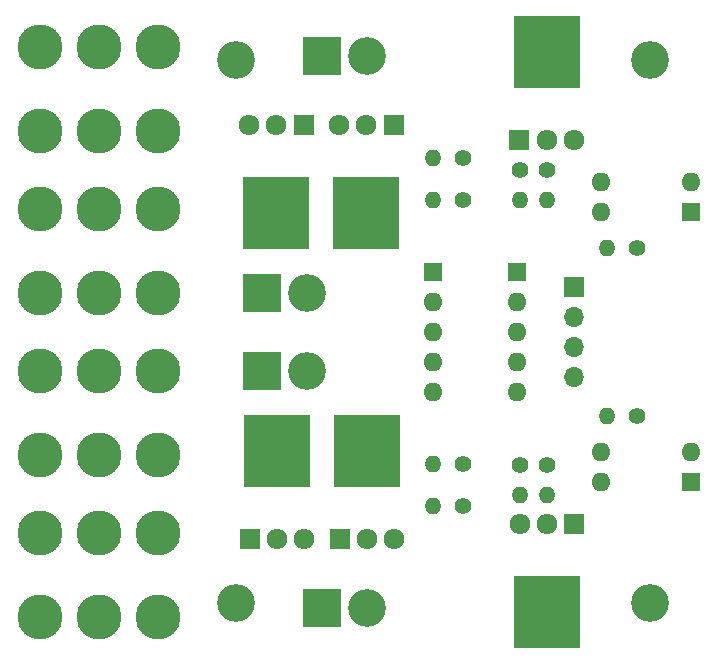
<source format=gts>
G04 #@! TF.GenerationSoftware,KiCad,Pcbnew,(5.1.7)-1*
G04 #@! TF.CreationDate,2021-12-05T21:20:24+09:00*
G04 #@! TF.ProjectId,DMD-10,444d442d-3130-42e6-9b69-6361645f7063,rev?*
G04 #@! TF.SameCoordinates,Original*
G04 #@! TF.FileFunction,Soldermask,Top*
G04 #@! TF.FilePolarity,Negative*
%FSLAX46Y46*%
G04 Gerber Fmt 4.6, Leading zero omitted, Abs format (unit mm)*
G04 Created by KiCad (PCBNEW (5.1.7)-1) date 2021-12-05 21:20:24*
%MOMM*%
%LPD*%
G01*
G04 APERTURE LIST*
%ADD10C,3.200000*%
%ADD11O,1.600000X1.600000*%
%ADD12R,1.600000X1.600000*%
%ADD13O,1.400000X1.400000*%
%ADD14C,1.400000*%
%ADD15O,1.717500X1.800000*%
%ADD16R,1.717500X1.800000*%
%ADD17R,5.700000X6.200000*%
%ADD18C,3.800000*%
%ADD19O,1.700000X1.700000*%
%ADD20R,1.700000X1.700000*%
%ADD21O,3.200000X3.200000*%
%ADD22R,3.200000X3.200000*%
G04 APERTURE END LIST*
D10*
G04 #@! TO.C,REF\u002A\u002A*
X103802000Y-118802000D03*
G04 #@! TD*
G04 #@! TO.C,REF\u002A\u002A*
X68802000Y-118802000D03*
G04 #@! TD*
G04 #@! TO.C,REF\u002A\u002A*
X68802000Y-72802000D03*
G04 #@! TD*
G04 #@! TO.C,REF\u002A\u002A*
X103802000Y-72802000D03*
G04 #@! TD*
D11*
G04 #@! TO.C,U2*
X99630000Y-108502000D03*
X107250000Y-105962000D03*
X99630000Y-105962000D03*
D12*
X107250000Y-108502000D03*
G04 #@! TD*
D11*
G04 #@! TO.C,U1*
X99630000Y-85642000D03*
X107250000Y-83102000D03*
X99630000Y-83102000D03*
D12*
X107250000Y-85642000D03*
G04 #@! TD*
G04 #@! TO.C,RN1*
X92518000Y-90722000D03*
D11*
X92518000Y-93262000D03*
X92518000Y-95802000D03*
X92518000Y-98342000D03*
X92518000Y-100882000D03*
G04 #@! TD*
G04 #@! TO.C,RN2*
X85406000Y-100882000D03*
X85406000Y-98342000D03*
X85406000Y-95802000D03*
X85406000Y-93262000D03*
D12*
X85406000Y-90722000D03*
G04 #@! TD*
D13*
G04 #@! TO.C,R10*
X85406000Y-110534000D03*
D14*
X87946000Y-110534000D03*
G04 #@! TD*
D13*
G04 #@! TO.C,R9*
X85406000Y-106978000D03*
D14*
X87946000Y-106978000D03*
G04 #@! TD*
D13*
G04 #@! TO.C,R8*
X85406000Y-81070000D03*
D14*
X87946000Y-81070000D03*
G04 #@! TD*
D13*
G04 #@! TO.C,R7*
X85406000Y-84626000D03*
D14*
X87946000Y-84626000D03*
G04 #@! TD*
D13*
G04 #@! TO.C,R6*
X92772000Y-109645000D03*
D14*
X92772000Y-107105000D03*
G04 #@! TD*
D13*
G04 #@! TO.C,R5*
X92772000Y-84626000D03*
D14*
X92772000Y-82086000D03*
G04 #@! TD*
D13*
G04 #@! TO.C,R4*
X95058000Y-109645000D03*
D14*
X95058000Y-107105000D03*
G04 #@! TD*
D13*
G04 #@! TO.C,R3*
X95058000Y-84626000D03*
D14*
X95058000Y-82086000D03*
G04 #@! TD*
D13*
G04 #@! TO.C,R2*
X100138000Y-102914000D03*
D14*
X102678000Y-102914000D03*
G04 #@! TD*
D13*
G04 #@! TO.C,R1*
X100138000Y-88690000D03*
D14*
X102678000Y-88690000D03*
G04 #@! TD*
D15*
G04 #@! TO.C,Q6*
X82112000Y-113328000D03*
X79822000Y-113328000D03*
D16*
X77532000Y-113328000D03*
D17*
X79822000Y-105894667D03*
G04 #@! TD*
D15*
G04 #@! TO.C,Q5*
X74492000Y-113328000D03*
X72202000Y-113328000D03*
D16*
X69912000Y-113328000D03*
D17*
X72202000Y-105894667D03*
G04 #@! TD*
D15*
G04 #@! TO.C,Q4*
X77524000Y-78276000D03*
X79814000Y-78276000D03*
D16*
X82104000Y-78276000D03*
D17*
X79814000Y-85709333D03*
G04 #@! TD*
D15*
G04 #@! TO.C,Q3*
X69904000Y-78276000D03*
X72194000Y-78276000D03*
D16*
X74484000Y-78276000D03*
D17*
X72194000Y-85709333D03*
G04 #@! TD*
D15*
G04 #@! TO.C,Q2*
X92772000Y-112058000D03*
X95062000Y-112058000D03*
D16*
X97352000Y-112058000D03*
D17*
X95062000Y-119491333D03*
G04 #@! TD*
D15*
G04 #@! TO.C,Q1*
X97348000Y-79546000D03*
X95058000Y-79546000D03*
D16*
X92768000Y-79546000D03*
D17*
X95058000Y-72112667D03*
G04 #@! TD*
D18*
G04 #@! TO.C,J4*
X62132000Y-112820000D03*
X57132000Y-112820000D03*
X52132000Y-112820000D03*
X62132000Y-119920000D03*
X57132000Y-119920000D03*
X52132000Y-119920000D03*
G04 #@! TD*
G04 #@! TO.C,J1*
X62132000Y-71684000D03*
X57132000Y-71684000D03*
X52132000Y-71684000D03*
X62132000Y-78784000D03*
X57132000Y-78784000D03*
X52132000Y-78784000D03*
G04 #@! TD*
D19*
G04 #@! TO.C,J5*
X97344000Y-99612000D03*
X97344000Y-97072000D03*
X97344000Y-94532000D03*
D20*
X97344000Y-91992000D03*
G04 #@! TD*
D18*
G04 #@! TO.C,J3*
X62132000Y-99104000D03*
X57132000Y-99104000D03*
X52132000Y-99104000D03*
X62132000Y-106204000D03*
X57132000Y-106204000D03*
X52132000Y-106204000D03*
G04 #@! TD*
G04 #@! TO.C,J2*
X62132000Y-85400000D03*
X57132000Y-85400000D03*
X52132000Y-85400000D03*
X62132000Y-92500000D03*
X57132000Y-92500000D03*
X52132000Y-92500000D03*
G04 #@! TD*
D21*
G04 #@! TO.C,D4*
X79818000Y-119170000D03*
D22*
X76008000Y-119170000D03*
G04 #@! TD*
D21*
G04 #@! TO.C,D3*
X74738000Y-99104000D03*
D22*
X70928000Y-99104000D03*
G04 #@! TD*
D21*
G04 #@! TO.C,D2*
X79818000Y-72434000D03*
D22*
X76008000Y-72434000D03*
G04 #@! TD*
D21*
G04 #@! TO.C,D1*
X74738000Y-92500000D03*
D22*
X70928000Y-92500000D03*
G04 #@! TD*
M02*

</source>
